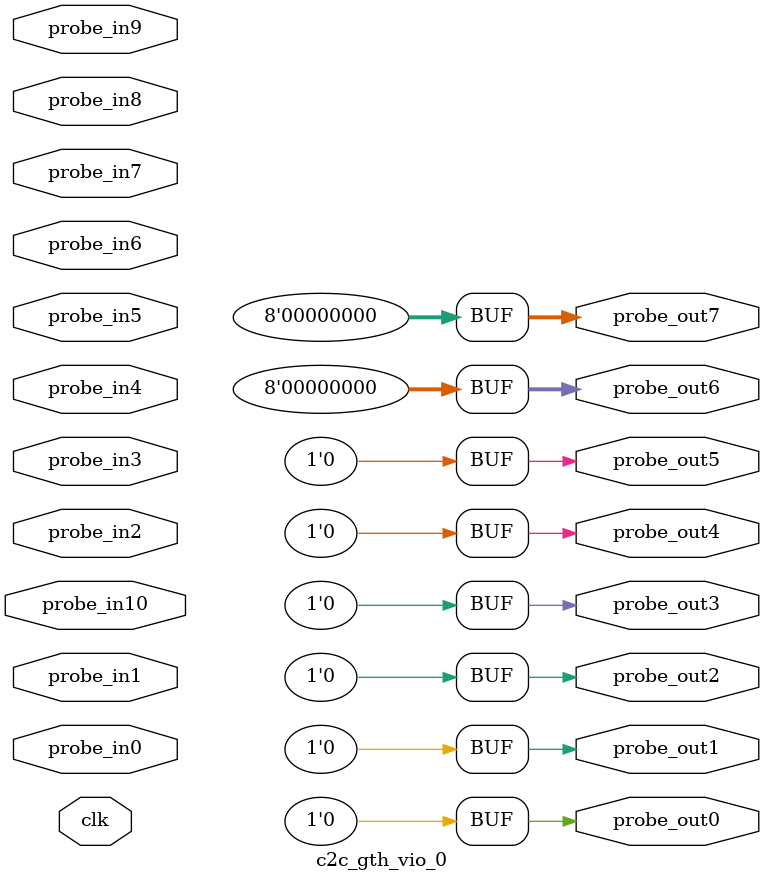
<source format=v>
`timescale 1ns / 1ps
module c2c_gth_vio_0 (
clk,
probe_in0,probe_in1,probe_in2,probe_in3,probe_in4,probe_in5,probe_in6,probe_in7,probe_in8,probe_in9,probe_in10,
probe_out0,
probe_out1,
probe_out2,
probe_out3,
probe_out4,
probe_out5,
probe_out6,
probe_out7
);

input clk;
input [0 : 0] probe_in0;
input [0 : 0] probe_in1;
input [0 : 0] probe_in2;
input [3 : 0] probe_in3;
input [1 : 0] probe_in4;
input [1 : 0] probe_in5;
input [1 : 0] probe_in6;
input [0 : 0] probe_in7;
input [0 : 0] probe_in8;
input [1 : 0] probe_in9;
input [1 : 0] probe_in10;

output reg [0 : 0] probe_out0 = 'h0 ;
output reg [0 : 0] probe_out1 = 'h0 ;
output reg [0 : 0] probe_out2 = 'h0 ;
output reg [0 : 0] probe_out3 = 'h0 ;
output reg [0 : 0] probe_out4 = 'h0 ;
output reg [0 : 0] probe_out5 = 'h0 ;
output reg [7 : 0] probe_out6 = 'h00 ;
output reg [7 : 0] probe_out7 = 'h00 ;


endmodule

</source>
